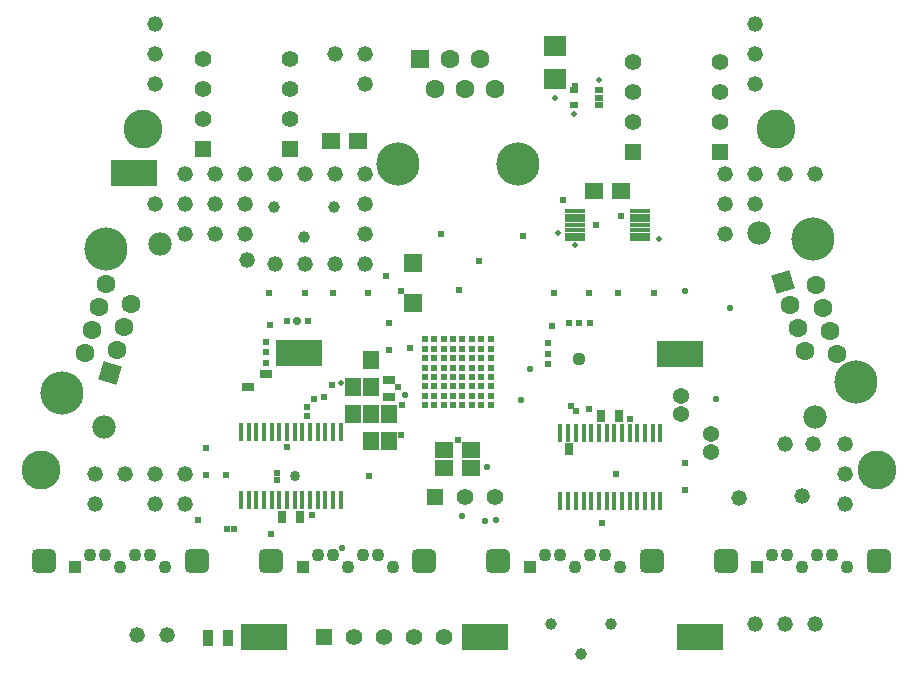
<source format=gts>
%FSLAX25Y25*%
%MOIN*%
G70*
G01*
G75*
G04 Layer_Color=8388736*
%ADD10C,0.00605*%
%ADD11R,0.03347X0.05118*%
%ADD12R,0.07087X0.06299*%
%ADD13C,0.02000*%
%ADD14R,0.01378X0.05512*%
%ADD15R,0.15000X0.08500*%
%ADD16R,0.02756X0.01575*%
%ADD17R,0.03543X0.02756*%
%ADD18R,0.06496X0.00984*%
%ADD19R,0.06496X0.00984*%
%ADD20R,0.06000X0.06000*%
%ADD21R,0.02756X0.03543*%
%ADD22R,0.05000X0.06000*%
%ADD23R,0.06000X0.05000*%
%ADD24C,0.00800*%
%ADD25C,0.02000*%
%ADD26C,0.00425*%
%ADD27C,0.00500*%
%ADD28C,0.00400*%
%ADD29C,0.00600*%
%ADD30C,0.05000*%
%ADD31R,0.05906X0.05906*%
%ADD32C,0.05906*%
%ADD33C,0.14000*%
%ADD34C,0.07400*%
%ADD35P,0.08352X4X152.0*%
%ADD36P,0.08352X4X298.0*%
%ADD37R,0.02362X0.03740*%
%ADD38C,0.03000*%
%ADD39C,0.04000*%
%ADD40P,0.02165X8X22.5*%
%ADD41R,0.03740X0.02362*%
%ADD42R,0.03937X0.03937*%
%ADD43C,0.03937*%
G04:AMPARAMS|DCode=44|XSize=78.74mil|YSize=78.74mil|CornerRadius=19.69mil|HoleSize=0mil|Usage=FLASHONLY|Rotation=0.000|XOffset=0mil|YOffset=0mil|HoleType=Round|Shape=RoundedRectangle|*
%AMROUNDEDRECTD44*
21,1,0.07874,0.03937,0,0,0.0*
21,1,0.03937,0.07874,0,0,0.0*
1,1,0.03937,0.01969,-0.01969*
1,1,0.03937,-0.01969,-0.01969*
1,1,0.03937,-0.01969,0.01969*
1,1,0.03937,0.01969,0.01969*
%
%ADD44ROUNDEDRECTD44*%
%ADD45C,0.03500*%
%ADD46R,0.05200X0.05200*%
%ADD47C,0.05200*%
%ADD48R,0.05200X0.05200*%
%ADD49R,0.02000X0.02000*%
%ADD50C,0.13000*%
%ADD51C,0.01800*%
%ADD52C,0.04000*%
%ADD53C,0.02800*%
%ADD54C,0.04500*%
%ADD55C,0.05543*%
%ADD56C,0.14800*%
%ADD57C,0.08200*%
%ADD58C,0.05500*%
G04:AMPARAMS|DCode=59|XSize=68mil|YSize=68mil|CornerRadius=0mil|HoleSize=0mil|Usage=FLASHONLY|Rotation=0.000|XOffset=0mil|YOffset=0mil|HoleType=Round|Shape=Relief|Width=10mil|Gap=10mil|Entries=4|*
%AMTHD59*
7,0,0,0.06800,0.04800,0.01000,45*
%
%ADD59THD59*%
G04:AMPARAMS|DCode=60|XSize=40mil|YSize=40mil|CornerRadius=0mil|HoleSize=0mil|Usage=FLASHONLY|Rotation=0.000|XOffset=0mil|YOffset=0mil|HoleType=Round|Shape=Relief|Width=6mil|Gap=8mil|Entries=4|*
%AMTHD60*
7,0,0,0.04000,0.02400,0.00600,45*
%
%ADD60THD60*%
G04:AMPARAMS|DCode=61|XSize=52mil|YSize=52mil|CornerRadius=0mil|HoleSize=0mil|Usage=FLASHONLY|Rotation=0.000|XOffset=0mil|YOffset=0mil|HoleType=Round|Shape=Relief|Width=6mil|Gap=8mil|Entries=4|*
%AMTHD61*
7,0,0,0.05200,0.03600,0.00600,45*
%
%ADD61THD61*%
G04:AMPARAMS|DCode=62|XSize=20mil|YSize=20mil|CornerRadius=0mil|HoleSize=0mil|Usage=FLASHONLY|Rotation=0.000|XOffset=0mil|YOffset=0mil|HoleType=Round|Shape=Relief|Width=4mil|Gap=3mil|Entries=4|*
%AMTHD62*
7,0,0,0.02000,0.01400,0.00400,45*
%
%ADD62THD62*%
%ADD63C,0.04913*%
%ADD64C,0.07315*%
%ADD65C,0.04200*%
%ADD66C,0.05800*%
%ADD67C,0.11600*%
%ADD68C,0.00480*%
%ADD69C,0.00390*%
%ADD70R,0.07874X0.08661*%
%ADD71R,0.06000X0.06000*%
%ADD72C,0.02500*%
%ADD73C,0.01500*%
G04:AMPARAMS|DCode=74|XSize=98mil|YSize=98mil|CornerRadius=0mil|HoleSize=0mil|Usage=FLASHONLY|Rotation=0.000|XOffset=0mil|YOffset=0mil|HoleType=Round|Shape=Relief|Width=10mil|Gap=10mil|Entries=4|*
%AMTHD74*
7,0,0,0.09800,0.07800,0.01000,45*
%
%ADD74THD74*%
%ADD75R,0.07874X0.08661*%
%ADD76R,0.09252X0.12205*%
%ADD77R,0.06299X0.06693*%
%ADD78R,0.06299X0.06693*%
%ADD79C,0.01000*%
%ADD80C,0.00375*%
%ADD81R,0.02000X0.01000*%
%ADD82R,0.07000X0.19000*%
%ADD83R,0.01000X0.14000*%
%ADD84R,0.05000X0.15000*%
%ADD85R,0.02000X0.01500*%
%ADD86R,0.06000X0.03500*%
%ADD87R,0.00500X0.01500*%
%ADD88R,0.01500X0.03000*%
%ADD89R,0.07500X0.26000*%
%ADD90R,0.02362X0.03740*%
%ADD91R,0.02362X0.03740*%
%ADD92R,0.02362X0.03740*%
%ADD93R,0.02362X0.03740*%
%ADD94R,0.03740X0.02362*%
%ADD95R,0.03740X0.02362*%
%ADD96R,0.06000X0.02760*%
%ADD97R,0.02107X0.03100*%
%ADD98R,0.05000X0.14260*%
%ADD99R,0.01000X0.13760*%
%ADD100R,0.02000X0.02000*%
%ADD101C,0.00984*%
%ADD102C,0.00787*%
%ADD103C,0.00394*%
%ADD104C,0.01200*%
%ADD105R,0.03747X0.05518*%
%ADD106R,0.07487X0.06699*%
%ADD107C,0.02400*%
%ADD108R,0.01778X0.05912*%
%ADD109R,0.15400X0.08900*%
%ADD110R,0.03156X0.01975*%
%ADD111R,0.03943X0.03156*%
%ADD112R,0.06896X0.01384*%
%ADD113R,0.06896X0.01384*%
%ADD114R,0.06400X0.06400*%
%ADD115R,0.03156X0.03943*%
%ADD116R,0.05400X0.06400*%
%ADD117R,0.06400X0.05400*%
%ADD118C,0.05400*%
%ADD119R,0.06306X0.06306*%
%ADD120C,0.06306*%
%ADD121C,0.14400*%
%ADD122C,0.07800*%
%ADD123P,0.08917X4X152.0*%
%ADD124P,0.08917X4X298.0*%
%ADD125R,0.02762X0.04140*%
%ADD126C,0.03400*%
%ADD127C,0.04400*%
%ADD128P,0.02598X8X22.5*%
%ADD129R,0.04140X0.02762*%
%ADD130R,0.04337X0.04337*%
%ADD131C,0.04337*%
G04:AMPARAMS|DCode=132|XSize=82.74mil|YSize=82.74mil|CornerRadius=21.69mil|HoleSize=0mil|Usage=FLASHONLY|Rotation=0.000|XOffset=0mil|YOffset=0mil|HoleType=Round|Shape=RoundedRectangle|*
%AMROUNDEDRECTD132*
21,1,0.08274,0.03937,0,0,0.0*
21,1,0.03937,0.08274,0,0,0.0*
1,1,0.04337,0.01969,-0.01969*
1,1,0.04337,-0.01969,-0.01969*
1,1,0.04337,-0.01969,0.01969*
1,1,0.04337,0.01969,0.01969*
%
%ADD132ROUNDEDRECTD132*%
%ADD133C,0.03900*%
%ADD134R,0.05600X0.05600*%
%ADD135C,0.05600*%
%ADD136R,0.05600X0.05600*%
%ADD137R,0.02400X0.02400*%
%ADD138C,0.02200*%
D13*
X283528Y256000D02*
D03*
X291528Y310800D02*
D03*
X283428Y299500D02*
D03*
X205528Y210000D02*
D03*
X311804Y257776D02*
D03*
X278028Y260000D02*
D03*
X277028Y305000D02*
D03*
D47*
X137728Y125800D02*
D03*
X147728D02*
D03*
X203528Y319500D02*
D03*
X213528D02*
D03*
X153528Y279500D02*
D03*
X163528D02*
D03*
X173528D02*
D03*
X183528D02*
D03*
X193528D02*
D03*
X203528D02*
D03*
X173528Y269500D02*
D03*
X163528D02*
D03*
X153528D02*
D03*
X143528D02*
D03*
X153528Y259500D02*
D03*
X163528D02*
D03*
X173528D02*
D03*
X143528Y309500D02*
D03*
Y319500D02*
D03*
Y329500D02*
D03*
X213528Y279500D02*
D03*
Y269500D02*
D03*
Y259500D02*
D03*
Y249500D02*
D03*
X203528D02*
D03*
X193528D02*
D03*
X183528D02*
D03*
X174328Y250800D02*
D03*
X333528Y279500D02*
D03*
X343528D02*
D03*
X353528D02*
D03*
X363528D02*
D03*
X333528Y269500D02*
D03*
X343528D02*
D03*
X333528Y259500D02*
D03*
X343528Y129500D02*
D03*
X353528D02*
D03*
X363528D02*
D03*
X123528Y179500D02*
D03*
X133528D02*
D03*
X143528D02*
D03*
X153528D02*
D03*
X123528Y169500D02*
D03*
X143528D02*
D03*
X153528D02*
D03*
X363128Y189500D02*
D03*
X359328Y172100D02*
D03*
X373528Y179500D02*
D03*
Y169500D02*
D03*
X338328Y171600D02*
D03*
X353528Y189500D02*
D03*
X373528D02*
D03*
X213528Y309500D02*
D03*
X343528Y329500D02*
D03*
Y319500D02*
D03*
Y309500D02*
D03*
D50*
X139849Y294500D02*
D03*
X350528Y294531D02*
D03*
X384418Y181000D02*
D03*
X105820D02*
D03*
D105*
X168175Y125000D02*
D03*
X161482D02*
D03*
D106*
X277028Y311288D02*
D03*
Y322312D02*
D03*
D107*
X239878Y202402D02*
D03*
X236729D02*
D03*
X233579Y205551D02*
D03*
Y208701D02*
D03*
X255626Y215000D02*
D03*
Y218150D02*
D03*
X233579D02*
D03*
X236729D02*
D03*
X233579Y221299D02*
D03*
Y224449D02*
D03*
X239878D02*
D03*
Y221299D02*
D03*
X252477D02*
D03*
Y224449D02*
D03*
X246178D02*
D03*
Y221299D02*
D03*
X236729Y224449D02*
D03*
X243028D02*
D03*
X249327D02*
D03*
X255626D02*
D03*
X236729Y221299D02*
D03*
X243028D02*
D03*
X249327D02*
D03*
X255626D02*
D03*
X233579Y215000D02*
D03*
X236729D02*
D03*
X255626Y202402D02*
D03*
X249327D02*
D03*
X252477D02*
D03*
X160728Y179300D02*
D03*
Y188300D02*
D03*
X320328Y183200D02*
D03*
Y174200D02*
D03*
X187626Y188469D02*
D03*
X297522Y179500D02*
D03*
X276071Y228827D02*
D03*
X274792Y223118D02*
D03*
Y219575D02*
D03*
Y216032D02*
D03*
X288670Y229909D02*
D03*
X281583D02*
D03*
X285126D02*
D03*
X187626Y230398D02*
D03*
X194713D02*
D03*
X180835Y216520D02*
D03*
Y220063D02*
D03*
Y223606D02*
D03*
X182115Y229315D02*
D03*
X214734Y239900D02*
D03*
X202922D02*
D03*
X239878Y218150D02*
D03*
X243028D02*
D03*
X246178D02*
D03*
X249327D02*
D03*
X252477D02*
D03*
X239878Y215000D02*
D03*
X243028D02*
D03*
X246178D02*
D03*
X249327D02*
D03*
X252477D02*
D03*
X233579Y211850D02*
D03*
X236729D02*
D03*
X239878D02*
D03*
X243028D02*
D03*
X246178D02*
D03*
X249327D02*
D03*
X252477D02*
D03*
X255626D02*
D03*
X236729Y208701D02*
D03*
X239878D02*
D03*
X243028D02*
D03*
X246178D02*
D03*
X249327D02*
D03*
X252477D02*
D03*
X255626D02*
D03*
X236729Y205551D02*
D03*
X239878D02*
D03*
X243028D02*
D03*
X246178D02*
D03*
X249327D02*
D03*
X252477D02*
D03*
X255626D02*
D03*
X233579Y202402D02*
D03*
X243028D02*
D03*
X246178D02*
D03*
X251528Y250500D02*
D03*
X214934Y179000D02*
D03*
X181722Y239900D02*
D03*
X193534D02*
D03*
X221528Y229800D02*
D03*
Y220800D02*
D03*
X282329Y202299D02*
D03*
X284027Y200602D02*
D03*
X157928Y164100D02*
D03*
X184428Y179900D02*
D03*
Y177500D02*
D03*
X182328Y159400D02*
D03*
X167528Y161300D02*
D03*
X169928D02*
D03*
X196028Y165900D02*
D03*
X292828Y163200D02*
D03*
X288428Y201300D02*
D03*
X167228Y179100D02*
D03*
X194328Y199000D02*
D03*
X196528Y204600D02*
D03*
X194228Y202000D02*
D03*
X200028Y205100D02*
D03*
X202628Y209100D02*
D03*
X283528Y308800D02*
D03*
X301928Y198000D02*
D03*
X266328Y259000D02*
D03*
X253328Y124700D02*
D03*
X224828Y208500D02*
D03*
X299028Y265500D02*
D03*
X244528Y191000D02*
D03*
X225628Y192628D02*
D03*
X226126Y202402D02*
D03*
X225528Y240500D02*
D03*
X238900Y259400D02*
D03*
X279600Y270700D02*
D03*
X220528Y245500D02*
D03*
X245028Y241000D02*
D03*
X228600Y221400D02*
D03*
X290675Y262425D02*
D03*
D108*
X312129Y170462D02*
D03*
X309570D02*
D03*
X307010D02*
D03*
X304451D02*
D03*
X301892D02*
D03*
X299333D02*
D03*
X296774D02*
D03*
X294215D02*
D03*
X291656D02*
D03*
X289097D02*
D03*
X286538D02*
D03*
X283979D02*
D03*
X281419D02*
D03*
X278860D02*
D03*
Y193100D02*
D03*
X281419D02*
D03*
X283978D02*
D03*
X286537D02*
D03*
X289097D02*
D03*
X291656D02*
D03*
X294215D02*
D03*
X296774D02*
D03*
X299333D02*
D03*
X301892D02*
D03*
X304451D02*
D03*
X307010D02*
D03*
X309569D02*
D03*
X312128D02*
D03*
X172328Y170900D02*
D03*
X174887D02*
D03*
X177446D02*
D03*
X180005D02*
D03*
X182564D02*
D03*
X185123D02*
D03*
X187682D02*
D03*
X190241D02*
D03*
X192800D02*
D03*
X195360D02*
D03*
X197919D02*
D03*
X200478D02*
D03*
X203037D02*
D03*
X205596D02*
D03*
Y193538D02*
D03*
X203037D02*
D03*
X200478D02*
D03*
X197918D02*
D03*
X195359D02*
D03*
X192800D02*
D03*
X190241D02*
D03*
X187682D02*
D03*
X185123D02*
D03*
X182564D02*
D03*
X180005D02*
D03*
X177446D02*
D03*
X174887D02*
D03*
X172327D02*
D03*
D109*
X180128Y125100D02*
D03*
X253628D02*
D03*
X318828Y219600D02*
D03*
X191528Y220000D02*
D03*
X325228Y125300D02*
D03*
X136528Y279800D02*
D03*
D110*
X283493Y307559D02*
D03*
X291563D02*
D03*
X283493Y302441D02*
D03*
X291563D02*
D03*
Y305000D02*
D03*
D111*
X221528Y205047D02*
D03*
Y210953D02*
D03*
X174528Y208453D02*
D03*
D112*
X283603Y267224D02*
D03*
X305453D02*
D03*
Y257776D02*
D03*
D113*
X283603Y265650D02*
D03*
Y264075D02*
D03*
Y262500D02*
D03*
Y260925D02*
D03*
Y259350D02*
D03*
Y257776D02*
D03*
X305453Y265650D02*
D03*
Y264075D02*
D03*
Y262500D02*
D03*
Y260925D02*
D03*
Y259350D02*
D03*
D114*
X229528Y236500D02*
D03*
Y250000D02*
D03*
D115*
X191881Y165300D02*
D03*
X185975D02*
D03*
X292475Y199000D02*
D03*
X298381D02*
D03*
D116*
X215528Y208500D02*
D03*
Y217500D02*
D03*
X209528Y199500D02*
D03*
Y208500D02*
D03*
X215528Y199500D02*
D03*
Y190500D02*
D03*
X221528Y199500D02*
D03*
Y190500D02*
D03*
D117*
X249028Y187500D02*
D03*
X240028D02*
D03*
X249028Y181500D02*
D03*
X240028D02*
D03*
X290028Y274000D02*
D03*
X299028D02*
D03*
X211428Y290400D02*
D03*
X202428D02*
D03*
D118*
X329028Y193000D02*
D03*
X318928Y199600D02*
D03*
X329028Y186900D02*
D03*
X318928Y205600D02*
D03*
D119*
X232028Y318000D02*
D03*
D120*
X257028Y308000D02*
D03*
X252028Y318000D02*
D03*
X242028D02*
D03*
X247028Y308000D02*
D03*
X237028D02*
D03*
X355523Y235823D02*
D03*
X357862Y228172D02*
D03*
X366256Y234921D02*
D03*
X368595Y227271D02*
D03*
X360201Y220522D02*
D03*
X363917Y242572D02*
D03*
X370934Y219620D02*
D03*
X127451Y242900D02*
D03*
X120434Y219949D02*
D03*
X135845Y236151D02*
D03*
X125112Y235250D02*
D03*
X122773Y227599D02*
D03*
X133506Y228501D02*
D03*
X131167Y220850D02*
D03*
D121*
X224528Y283000D02*
D03*
X264528D02*
D03*
X362878Y257940D02*
D03*
X377497Y210124D02*
D03*
X127320Y254443D02*
D03*
X112702Y206628D02*
D03*
D122*
X344862Y259751D02*
D03*
X363573Y198548D02*
D03*
X145337Y256254D02*
D03*
X126626Y195051D02*
D03*
D123*
X353185Y243473D02*
D03*
D124*
X128828Y213200D02*
D03*
D125*
X281583Y187980D02*
D03*
D126*
X190334Y179000D02*
D03*
D127*
X285028Y218000D02*
D03*
X191071Y218488D02*
D03*
D128*
X191170Y230398D02*
D03*
D129*
X180835Y212976D02*
D03*
D130*
X117040Y148532D02*
D03*
X192865D02*
D03*
X268691D02*
D03*
X344516D02*
D03*
D131*
X147040D02*
D03*
X142040Y152469D02*
D03*
X122040D02*
D03*
X137040D02*
D03*
X132040Y148532D02*
D03*
X127040Y152469D02*
D03*
X222865Y148532D02*
D03*
X217865Y152469D02*
D03*
X197865D02*
D03*
X212865D02*
D03*
X207865Y148532D02*
D03*
X202865Y152469D02*
D03*
X298691Y148532D02*
D03*
X293691Y152469D02*
D03*
X273691D02*
D03*
X288691D02*
D03*
X283691Y148532D02*
D03*
X278691Y152469D02*
D03*
X374516Y148532D02*
D03*
X369516Y152469D02*
D03*
X349516D02*
D03*
X364516D02*
D03*
X359516Y148532D02*
D03*
X354516Y152469D02*
D03*
D132*
X157552Y150500D02*
D03*
X106528D02*
D03*
X233377D02*
D03*
X182353D02*
D03*
X309203D02*
D03*
X258179D02*
D03*
X385028D02*
D03*
X334004D02*
D03*
D133*
X275528Y129500D02*
D03*
X295528D02*
D03*
X285528Y119500D02*
D03*
X193328Y258500D02*
D03*
X203328Y268500D02*
D03*
X183328D02*
D03*
D134*
X237028Y172000D02*
D03*
X199928Y125300D02*
D03*
D135*
X247028Y172000D02*
D03*
X257028D02*
D03*
X159528Y298000D02*
D03*
Y308000D02*
D03*
Y318000D02*
D03*
X188528Y298000D02*
D03*
Y308000D02*
D03*
Y318000D02*
D03*
X303028Y297000D02*
D03*
Y307000D02*
D03*
Y317000D02*
D03*
X332028Y297000D02*
D03*
Y307000D02*
D03*
Y317000D02*
D03*
X239928Y125300D02*
D03*
X229928D02*
D03*
X219928D02*
D03*
X209928D02*
D03*
D136*
X159528Y288000D02*
D03*
X188528D02*
D03*
X303028Y287000D02*
D03*
X332028D02*
D03*
D137*
X309934Y240000D02*
D03*
X298122D02*
D03*
X276622D02*
D03*
X288434D02*
D03*
D138*
X330628Y204400D02*
D03*
X317928Y219600D02*
D03*
X206028Y154700D02*
D03*
X257428Y164100D02*
D03*
X254328Y181800D02*
D03*
X226928Y206000D02*
D03*
X253628Y163700D02*
D03*
X246128Y165600D02*
D03*
X265728Y204200D02*
D03*
X268628Y214600D02*
D03*
X320428Y240400D02*
D03*
X335428Y234700D02*
D03*
M02*

</source>
